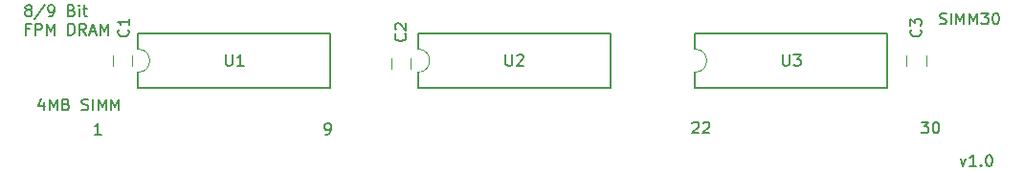
<source format=gbr>
%TF.GenerationSoftware,KiCad,Pcbnew,(5.1.9)-1*%
%TF.CreationDate,2021-01-10T22:17:43+11:00*%
%TF.ProjectId,30pinsimm,33307069-6e73-4696-9d6d-2e6b69636164,rev?*%
%TF.SameCoordinates,Original*%
%TF.FileFunction,Legend,Top*%
%TF.FilePolarity,Positive*%
%FSLAX46Y46*%
G04 Gerber Fmt 4.6, Leading zero omitted, Abs format (unit mm)*
G04 Created by KiCad (PCBNEW (5.1.9)-1) date 2021-01-10 22:17:43*
%MOMM*%
%LPD*%
G01*
G04 APERTURE LIST*
%ADD10C,0.150000*%
%ADD11C,0.120000*%
G04 APERTURE END LIST*
D10*
X183610428Y-109386714D02*
X183848523Y-110053380D01*
X184086619Y-109386714D01*
X184991380Y-110053380D02*
X184419952Y-110053380D01*
X184705666Y-110053380D02*
X184705666Y-109053380D01*
X184610428Y-109196238D01*
X184515190Y-109291476D01*
X184419952Y-109339095D01*
X185419952Y-109958142D02*
X185467571Y-110005761D01*
X185419952Y-110053380D01*
X185372333Y-110005761D01*
X185419952Y-109958142D01*
X185419952Y-110053380D01*
X186086619Y-109053380D02*
X186181857Y-109053380D01*
X186277095Y-109101000D01*
X186324714Y-109148619D01*
X186372333Y-109243857D01*
X186419952Y-109434333D01*
X186419952Y-109672428D01*
X186372333Y-109862904D01*
X186324714Y-109958142D01*
X186277095Y-110005761D01*
X186181857Y-110053380D01*
X186086619Y-110053380D01*
X185991380Y-110005761D01*
X185943761Y-109958142D01*
X185896142Y-109862904D01*
X185848523Y-109672428D01*
X185848523Y-109434333D01*
X185896142Y-109243857D01*
X185943761Y-109148619D01*
X185991380Y-109101000D01*
X186086619Y-109053380D01*
X159893095Y-106227619D02*
X159940714Y-106180000D01*
X160035952Y-106132380D01*
X160274047Y-106132380D01*
X160369285Y-106180000D01*
X160416904Y-106227619D01*
X160464523Y-106322857D01*
X160464523Y-106418095D01*
X160416904Y-106560952D01*
X159845476Y-107132380D01*
X160464523Y-107132380D01*
X160845476Y-106227619D02*
X160893095Y-106180000D01*
X160988333Y-106132380D01*
X161226428Y-106132380D01*
X161321666Y-106180000D01*
X161369285Y-106227619D01*
X161416904Y-106322857D01*
X161416904Y-106418095D01*
X161369285Y-106560952D01*
X160797857Y-107132380D01*
X161416904Y-107132380D01*
X127444523Y-107259380D02*
X127635000Y-107259380D01*
X127730238Y-107211761D01*
X127777857Y-107164142D01*
X127873095Y-107021285D01*
X127920714Y-106830809D01*
X127920714Y-106449857D01*
X127873095Y-106354619D01*
X127825476Y-106307000D01*
X127730238Y-106259380D01*
X127539761Y-106259380D01*
X127444523Y-106307000D01*
X127396904Y-106354619D01*
X127349285Y-106449857D01*
X127349285Y-106687952D01*
X127396904Y-106783190D01*
X127444523Y-106830809D01*
X127539761Y-106878428D01*
X127730238Y-106878428D01*
X127825476Y-106830809D01*
X127873095Y-106783190D01*
X127920714Y-106687952D01*
X102491166Y-104433714D02*
X102491166Y-105100380D01*
X102253071Y-104052761D02*
X102014976Y-104767047D01*
X102634023Y-104767047D01*
X103014976Y-105100380D02*
X103014976Y-104100380D01*
X103348309Y-104814666D01*
X103681642Y-104100380D01*
X103681642Y-105100380D01*
X104491166Y-104576571D02*
X104634023Y-104624190D01*
X104681642Y-104671809D01*
X104729261Y-104767047D01*
X104729261Y-104909904D01*
X104681642Y-105005142D01*
X104634023Y-105052761D01*
X104538785Y-105100380D01*
X104157833Y-105100380D01*
X104157833Y-104100380D01*
X104491166Y-104100380D01*
X104586404Y-104148000D01*
X104634023Y-104195619D01*
X104681642Y-104290857D01*
X104681642Y-104386095D01*
X104634023Y-104481333D01*
X104586404Y-104528952D01*
X104491166Y-104576571D01*
X104157833Y-104576571D01*
X105872119Y-105052761D02*
X106014976Y-105100380D01*
X106253071Y-105100380D01*
X106348309Y-105052761D01*
X106395928Y-105005142D01*
X106443547Y-104909904D01*
X106443547Y-104814666D01*
X106395928Y-104719428D01*
X106348309Y-104671809D01*
X106253071Y-104624190D01*
X106062595Y-104576571D01*
X105967357Y-104528952D01*
X105919738Y-104481333D01*
X105872119Y-104386095D01*
X105872119Y-104290857D01*
X105919738Y-104195619D01*
X105967357Y-104148000D01*
X106062595Y-104100380D01*
X106300690Y-104100380D01*
X106443547Y-104148000D01*
X106872119Y-105100380D02*
X106872119Y-104100380D01*
X107348309Y-105100380D02*
X107348309Y-104100380D01*
X107681642Y-104814666D01*
X108014976Y-104100380D01*
X108014976Y-105100380D01*
X108491166Y-105100380D02*
X108491166Y-104100380D01*
X108824500Y-104814666D01*
X109157833Y-104100380D01*
X109157833Y-105100380D01*
X101062452Y-96210952D02*
X100967214Y-96163333D01*
X100919595Y-96115714D01*
X100871976Y-96020476D01*
X100871976Y-95972857D01*
X100919595Y-95877619D01*
X100967214Y-95830000D01*
X101062452Y-95782380D01*
X101252928Y-95782380D01*
X101348166Y-95830000D01*
X101395785Y-95877619D01*
X101443404Y-95972857D01*
X101443404Y-96020476D01*
X101395785Y-96115714D01*
X101348166Y-96163333D01*
X101252928Y-96210952D01*
X101062452Y-96210952D01*
X100967214Y-96258571D01*
X100919595Y-96306190D01*
X100871976Y-96401428D01*
X100871976Y-96591904D01*
X100919595Y-96687142D01*
X100967214Y-96734761D01*
X101062452Y-96782380D01*
X101252928Y-96782380D01*
X101348166Y-96734761D01*
X101395785Y-96687142D01*
X101443404Y-96591904D01*
X101443404Y-96401428D01*
X101395785Y-96306190D01*
X101348166Y-96258571D01*
X101252928Y-96210952D01*
X102586261Y-95734761D02*
X101729119Y-97020476D01*
X102967214Y-96782380D02*
X103157690Y-96782380D01*
X103252928Y-96734761D01*
X103300547Y-96687142D01*
X103395785Y-96544285D01*
X103443404Y-96353809D01*
X103443404Y-95972857D01*
X103395785Y-95877619D01*
X103348166Y-95830000D01*
X103252928Y-95782380D01*
X103062452Y-95782380D01*
X102967214Y-95830000D01*
X102919595Y-95877619D01*
X102871976Y-95972857D01*
X102871976Y-96210952D01*
X102919595Y-96306190D01*
X102967214Y-96353809D01*
X103062452Y-96401428D01*
X103252928Y-96401428D01*
X103348166Y-96353809D01*
X103395785Y-96306190D01*
X103443404Y-96210952D01*
X104967214Y-96258571D02*
X105110071Y-96306190D01*
X105157690Y-96353809D01*
X105205309Y-96449047D01*
X105205309Y-96591904D01*
X105157690Y-96687142D01*
X105110071Y-96734761D01*
X105014833Y-96782380D01*
X104633880Y-96782380D01*
X104633880Y-95782380D01*
X104967214Y-95782380D01*
X105062452Y-95830000D01*
X105110071Y-95877619D01*
X105157690Y-95972857D01*
X105157690Y-96068095D01*
X105110071Y-96163333D01*
X105062452Y-96210952D01*
X104967214Y-96258571D01*
X104633880Y-96258571D01*
X105633880Y-96782380D02*
X105633880Y-96115714D01*
X105633880Y-95782380D02*
X105586261Y-95830000D01*
X105633880Y-95877619D01*
X105681500Y-95830000D01*
X105633880Y-95782380D01*
X105633880Y-95877619D01*
X105967214Y-96115714D02*
X106348166Y-96115714D01*
X106110071Y-95782380D02*
X106110071Y-96639523D01*
X106157690Y-96734761D01*
X106252928Y-96782380D01*
X106348166Y-96782380D01*
X101252928Y-97908571D02*
X100919595Y-97908571D01*
X100919595Y-98432380D02*
X100919595Y-97432380D01*
X101395785Y-97432380D01*
X101776738Y-98432380D02*
X101776738Y-97432380D01*
X102157690Y-97432380D01*
X102252928Y-97480000D01*
X102300547Y-97527619D01*
X102348166Y-97622857D01*
X102348166Y-97765714D01*
X102300547Y-97860952D01*
X102252928Y-97908571D01*
X102157690Y-97956190D01*
X101776738Y-97956190D01*
X102776738Y-98432380D02*
X102776738Y-97432380D01*
X103110071Y-98146666D01*
X103443404Y-97432380D01*
X103443404Y-98432380D01*
X104681500Y-98432380D02*
X104681500Y-97432380D01*
X104919595Y-97432380D01*
X105062452Y-97480000D01*
X105157690Y-97575238D01*
X105205309Y-97670476D01*
X105252928Y-97860952D01*
X105252928Y-98003809D01*
X105205309Y-98194285D01*
X105157690Y-98289523D01*
X105062452Y-98384761D01*
X104919595Y-98432380D01*
X104681500Y-98432380D01*
X106252928Y-98432380D02*
X105919595Y-97956190D01*
X105681500Y-98432380D02*
X105681500Y-97432380D01*
X106062452Y-97432380D01*
X106157690Y-97480000D01*
X106205309Y-97527619D01*
X106252928Y-97622857D01*
X106252928Y-97765714D01*
X106205309Y-97860952D01*
X106157690Y-97908571D01*
X106062452Y-97956190D01*
X105681500Y-97956190D01*
X106633880Y-98146666D02*
X107110071Y-98146666D01*
X106538642Y-98432380D02*
X106871976Y-97432380D01*
X107205309Y-98432380D01*
X107538642Y-98432380D02*
X107538642Y-97432380D01*
X107871976Y-98146666D01*
X108205309Y-97432380D01*
X108205309Y-98432380D01*
%TO.C,U2*%
X135636000Y-99695000D02*
X135636000Y-98298000D01*
X135636000Y-103124000D02*
X135636000Y-101727000D01*
X135636000Y-98298000D02*
X152654000Y-98298000D01*
X152654000Y-98298000D02*
X152654000Y-103124000D01*
X152654000Y-103124000D02*
X135636000Y-103124000D01*
D11*
X135636000Y-99695000D02*
G75*
G02*
X135636000Y-101727000I0J-1016000D01*
G01*
D10*
%TO.C,U1*%
X110871000Y-99695000D02*
X110871000Y-98298000D01*
X110871000Y-103124000D02*
X110871000Y-101727000D01*
X110871000Y-98298000D02*
X127889000Y-98298000D01*
X127889000Y-98298000D02*
X127889000Y-103124000D01*
X127889000Y-103124000D02*
X110871000Y-103124000D01*
D11*
X110871000Y-99695000D02*
G75*
G02*
X110871000Y-101727000I0J-1016000D01*
G01*
D10*
%TO.C,U3*%
X160147000Y-99695000D02*
X160147000Y-98298000D01*
X160147000Y-103124000D02*
X160147000Y-101727000D01*
X160147000Y-98298000D02*
X177165000Y-98298000D01*
X177165000Y-98298000D02*
X177165000Y-103124000D01*
X177165000Y-103124000D02*
X160147000Y-103124000D01*
D11*
X160147000Y-99695000D02*
G75*
G02*
X160147000Y-101727000I0J-1016000D01*
G01*
%TO.C,C3*%
X180555000Y-101211000D02*
X180555000Y-100211000D01*
X178855000Y-100211000D02*
X178855000Y-101211000D01*
%TO.C,C2*%
X134962000Y-101465000D02*
X134962000Y-100465000D01*
X133262000Y-100465000D02*
X133262000Y-101465000D01*
%TO.C,C1*%
X110324000Y-101211000D02*
X110324000Y-100211000D01*
X108624000Y-100211000D02*
X108624000Y-101211000D01*
%TO.C,U2*%
D10*
X143383095Y-100163380D02*
X143383095Y-100972904D01*
X143430714Y-101068142D01*
X143478333Y-101115761D01*
X143573571Y-101163380D01*
X143764047Y-101163380D01*
X143859285Y-101115761D01*
X143906904Y-101068142D01*
X143954523Y-100972904D01*
X143954523Y-100163380D01*
X144383095Y-100258619D02*
X144430714Y-100211000D01*
X144525952Y-100163380D01*
X144764047Y-100163380D01*
X144859285Y-100211000D01*
X144906904Y-100258619D01*
X144954523Y-100353857D01*
X144954523Y-100449095D01*
X144906904Y-100591952D01*
X144335476Y-101163380D01*
X144954523Y-101163380D01*
%TO.C,U1*%
X118618095Y-100163380D02*
X118618095Y-100972904D01*
X118665714Y-101068142D01*
X118713333Y-101115761D01*
X118808571Y-101163380D01*
X118999047Y-101163380D01*
X119094285Y-101115761D01*
X119141904Y-101068142D01*
X119189523Y-100972904D01*
X119189523Y-100163380D01*
X120189523Y-101163380D02*
X119618095Y-101163380D01*
X119903809Y-101163380D02*
X119903809Y-100163380D01*
X119808571Y-100306238D01*
X119713333Y-100401476D01*
X119618095Y-100449095D01*
%TO.C,U3*%
X167894095Y-100163380D02*
X167894095Y-100972904D01*
X167941714Y-101068142D01*
X167989333Y-101115761D01*
X168084571Y-101163380D01*
X168275047Y-101163380D01*
X168370285Y-101115761D01*
X168417904Y-101068142D01*
X168465523Y-100972904D01*
X168465523Y-100163380D01*
X168846476Y-100163380D02*
X169465523Y-100163380D01*
X169132190Y-100544333D01*
X169275047Y-100544333D01*
X169370285Y-100591952D01*
X169417904Y-100639571D01*
X169465523Y-100734809D01*
X169465523Y-100972904D01*
X169417904Y-101068142D01*
X169370285Y-101115761D01*
X169275047Y-101163380D01*
X168989333Y-101163380D01*
X168894095Y-101115761D01*
X168846476Y-101068142D01*
%TO.C,SIMM30*%
X181784952Y-97432761D02*
X181927809Y-97480380D01*
X182165904Y-97480380D01*
X182261142Y-97432761D01*
X182308761Y-97385142D01*
X182356380Y-97289904D01*
X182356380Y-97194666D01*
X182308761Y-97099428D01*
X182261142Y-97051809D01*
X182165904Y-97004190D01*
X181975428Y-96956571D01*
X181880190Y-96908952D01*
X181832571Y-96861333D01*
X181784952Y-96766095D01*
X181784952Y-96670857D01*
X181832571Y-96575619D01*
X181880190Y-96528000D01*
X181975428Y-96480380D01*
X182213523Y-96480380D01*
X182356380Y-96528000D01*
X182784952Y-97480380D02*
X182784952Y-96480380D01*
X183261142Y-97480380D02*
X183261142Y-96480380D01*
X183594476Y-97194666D01*
X183927809Y-96480380D01*
X183927809Y-97480380D01*
X184404000Y-97480380D02*
X184404000Y-96480380D01*
X184737333Y-97194666D01*
X185070666Y-96480380D01*
X185070666Y-97480380D01*
X185451619Y-96480380D02*
X186070666Y-96480380D01*
X185737333Y-96861333D01*
X185880190Y-96861333D01*
X185975428Y-96908952D01*
X186023047Y-96956571D01*
X186070666Y-97051809D01*
X186070666Y-97289904D01*
X186023047Y-97385142D01*
X185975428Y-97432761D01*
X185880190Y-97480380D01*
X185594476Y-97480380D01*
X185499238Y-97432761D01*
X185451619Y-97385142D01*
X186689714Y-96480380D02*
X186784952Y-96480380D01*
X186880190Y-96528000D01*
X186927809Y-96575619D01*
X186975428Y-96670857D01*
X187023047Y-96861333D01*
X187023047Y-97099428D01*
X186975428Y-97289904D01*
X186927809Y-97385142D01*
X186880190Y-97432761D01*
X186784952Y-97480380D01*
X186689714Y-97480380D01*
X186594476Y-97432761D01*
X186546857Y-97385142D01*
X186499238Y-97289904D01*
X186451619Y-97099428D01*
X186451619Y-96861333D01*
X186499238Y-96670857D01*
X186546857Y-96575619D01*
X186594476Y-96528000D01*
X186689714Y-96480380D01*
X180165476Y-106132380D02*
X180784523Y-106132380D01*
X180451190Y-106513333D01*
X180594047Y-106513333D01*
X180689285Y-106560952D01*
X180736904Y-106608571D01*
X180784523Y-106703809D01*
X180784523Y-106941904D01*
X180736904Y-107037142D01*
X180689285Y-107084761D01*
X180594047Y-107132380D01*
X180308333Y-107132380D01*
X180213095Y-107084761D01*
X180165476Y-107037142D01*
X181403571Y-106132380D02*
X181498809Y-106132380D01*
X181594047Y-106180000D01*
X181641666Y-106227619D01*
X181689285Y-106322857D01*
X181736904Y-106513333D01*
X181736904Y-106751428D01*
X181689285Y-106941904D01*
X181641666Y-107037142D01*
X181594047Y-107084761D01*
X181498809Y-107132380D01*
X181403571Y-107132380D01*
X181308333Y-107084761D01*
X181260714Y-107037142D01*
X181213095Y-106941904D01*
X181165476Y-106751428D01*
X181165476Y-106513333D01*
X181213095Y-106322857D01*
X181260714Y-106227619D01*
X181308333Y-106180000D01*
X181403571Y-106132380D01*
X107600714Y-107259380D02*
X107029285Y-107259380D01*
X107315000Y-107259380D02*
X107315000Y-106259380D01*
X107219761Y-106402238D01*
X107124523Y-106497476D01*
X107029285Y-106545095D01*
%TO.C,C3*%
X180062142Y-97956666D02*
X180109761Y-98004285D01*
X180157380Y-98147142D01*
X180157380Y-98242380D01*
X180109761Y-98385238D01*
X180014523Y-98480476D01*
X179919285Y-98528095D01*
X179728809Y-98575714D01*
X179585952Y-98575714D01*
X179395476Y-98528095D01*
X179300238Y-98480476D01*
X179205000Y-98385238D01*
X179157380Y-98242380D01*
X179157380Y-98147142D01*
X179205000Y-98004285D01*
X179252619Y-97956666D01*
X179157380Y-97623333D02*
X179157380Y-97004285D01*
X179538333Y-97337619D01*
X179538333Y-97194761D01*
X179585952Y-97099523D01*
X179633571Y-97051904D01*
X179728809Y-97004285D01*
X179966904Y-97004285D01*
X180062142Y-97051904D01*
X180109761Y-97099523D01*
X180157380Y-97194761D01*
X180157380Y-97480476D01*
X180109761Y-97575714D01*
X180062142Y-97623333D01*
%TO.C,C2*%
X134469142Y-98337666D02*
X134516761Y-98385285D01*
X134564380Y-98528142D01*
X134564380Y-98623380D01*
X134516761Y-98766238D01*
X134421523Y-98861476D01*
X134326285Y-98909095D01*
X134135809Y-98956714D01*
X133992952Y-98956714D01*
X133802476Y-98909095D01*
X133707238Y-98861476D01*
X133612000Y-98766238D01*
X133564380Y-98623380D01*
X133564380Y-98528142D01*
X133612000Y-98385285D01*
X133659619Y-98337666D01*
X133659619Y-97956714D02*
X133612000Y-97909095D01*
X133564380Y-97813857D01*
X133564380Y-97575761D01*
X133612000Y-97480523D01*
X133659619Y-97432904D01*
X133754857Y-97385285D01*
X133850095Y-97385285D01*
X133992952Y-97432904D01*
X134564380Y-98004333D01*
X134564380Y-97385285D01*
%TO.C,C1*%
X109958142Y-97956666D02*
X110005761Y-98004285D01*
X110053380Y-98147142D01*
X110053380Y-98242380D01*
X110005761Y-98385238D01*
X109910523Y-98480476D01*
X109815285Y-98528095D01*
X109624809Y-98575714D01*
X109481952Y-98575714D01*
X109291476Y-98528095D01*
X109196238Y-98480476D01*
X109101000Y-98385238D01*
X109053380Y-98242380D01*
X109053380Y-98147142D01*
X109101000Y-98004285D01*
X109148619Y-97956666D01*
X110053380Y-97004285D02*
X110053380Y-97575714D01*
X110053380Y-97290000D02*
X109053380Y-97290000D01*
X109196238Y-97385238D01*
X109291476Y-97480476D01*
X109339095Y-97575714D01*
%TD*%
M02*

</source>
